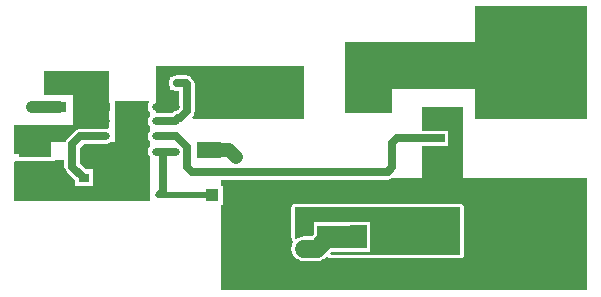
<source format=gbr>
%FSTAX23Y23*%
%MOIN*%
%SFA1B1*%

%IPPOS*%
%ADD10R,0.094488X0.122047*%
%ADD11R,0.092126X0.025197*%
%ADD12O,0.092126X0.025197*%
%ADD13R,0.078740X0.055118*%
%ADD14C,0.322835*%
%ADD15R,0.139764X0.137795*%
%ADD16R,0.110480X0.082792*%
%ADD17R,0.047488X0.037646*%
%ADD18R,0.165354X0.074803*%
%ADD19R,0.037646X0.047488*%
%ADD20R,0.035433X0.031496*%
%ADD21R,0.044687X0.041816*%
%ADD22R,0.031974X0.025934*%
%ADD23R,0.017716X0.017716*%
%ADD24R,0.019685X0.019685*%
%ADD25C,0.059055*%
%ADD26C,0.047244*%
%ADD27C,0.039370*%
%ADD28C,0.027559*%
%ADD29C,0.019685*%
%ADD30C,0.031496*%
%LNbuck-converter_copper_signal_top-1*%
%LPD*%
G36*
X01988Y0059D02*
X01614D01*
Y00688*
X01338*
Y0061*
X01181*
Y00846*
X01614*
Y00964*
X01988*
Y0059*
G37*
G36*
X01043D02*
X00672D01*
X0067Y00595*
X00671Y00596*
X00676Y00601*
X00678Y00608*
X00679Y00614*
Y00704*
X00678Y00711*
X00676Y00717*
X00671Y00722*
X00667Y00726*
X00662Y00731*
X00656Y00733*
X00649Y00734*
X0062*
X00613Y00733*
X00607Y00731*
X00606Y0073*
X00598*
Y00722*
X00597Y00721*
X00595Y00715*
X00594Y00708*
X00595Y00701*
X00597Y00695*
X00598Y00694*
Y00687*
X00606*
X00607Y00686*
X00613Y00683*
X0062Y00682*
X00627*
Y00625*
X0062Y00617*
X00615Y00617*
X00609Y00614*
X00603Y0061*
X00602Y00609*
X00582*
X00575Y00608*
X00575Y00608*
X00551*
Y00767*
X01043*
Y0059*
G37*
G36*
X00393Y00559D02*
X00388Y00555D01*
X00383Y00556*
X00356*
X00356Y00557*
X00349Y00557*
X00345Y00557*
X00298*
X00292Y00556*
X00285Y00553*
X0028Y00549*
X00253Y00522*
X00249Y00517*
X00247Y00511*
X00196*
Y00472*
X00078*
Y0057*
X00275*
Y00669*
X00177*
Y00748*
X00393*
Y00559*
G37*
G36*
X00528Y00644D02*
X00525Y0064D01*
X00523Y0063*
X00525Y0062*
X00531Y00612*
X00531Y00612*
Y00601*
X00531Y006*
X00525Y00592*
X00523Y00583*
X00525Y00573*
X00531Y00565*
X00531Y00565*
Y0055*
X00531Y00549*
X00525Y00541*
X00523Y00532*
X00525Y00522*
X00531Y00514*
X00531Y00514*
Y00498*
X00531Y00498*
X00525Y0049*
X00523Y0048*
X00525Y00471*
X00531Y00463*
X00531Y00462*
Y00314*
X00078*
Y00444*
X0008Y00448*
X00214*
Y00452*
X00245*
Y0043*
X00246Y00424*
X00249Y00418*
X00253Y00412*
X00281Y00384*
Y00366*
X0034*
Y00421*
X00317*
X00297Y00441*
Y00493*
X00309Y00505*
X00349*
X00355Y00506*
X00357Y00507*
X00383*
X00392Y00509*
X00396Y00511*
X00413*
Y00649*
X00526*
X00528Y00644*
G37*
G36*
X01574Y00393D02*
X01988D01*
Y00019*
X00767*
Y00301*
X00772*
Y00367*
X00767*
Y00387*
X01322*
X01329Y00388*
X01335Y00391*
X01338Y00393*
X01437*
Y00498*
X01496*
X01502Y00499*
X01503Y00499*
X01523*
Y00549*
X01503*
X01502Y00549*
X01496Y0055*
X01437*
Y00629*
X01574*
Y00393*
G37*
%LNbuck-converter_copper_signal_top-2*%
%LPC*%
G36*
X01564Y00307D02*
X01013D01*
X01009Y00306*
X01005Y00303*
X01002Y00299*
X01001Y00295*
Y00193*
X01002Y00191*
X01002Y00189*
X01002Y00189*
X01002Y00188*
X01003Y00186*
X01004Y00185*
X01005Y00185*
X01005Y00184*
X01005Y00184*
X01007Y00178*
X01007Y00178*
X01003Y00168*
X01001Y00157*
X01003Y00146*
X01007Y00136*
X01013Y00127*
X01022Y00121*
X01032Y00117*
X01043Y00115*
X01086*
X01086*
X01097Y00117*
X01107Y00121*
X01116Y00127*
X01117Y00129*
X01123Y00129*
X01125Y00128*
X01127Y00126*
X01132Y00125*
X01564*
X01569Y00126*
X01573Y00129*
X01576Y00133*
X01577Y00137*
Y00295*
X01576Y00299*
X01573Y00303*
X01569Y00306*
X01564Y00307*
G37*
%LNbuck-converter_copper_signal_top-3*%
%LPD*%
G36*
X01253Y00159D02*
X01198D01*
X01197Y00164*
X012Y00167*
X01207Y00176*
X01211Y00186*
X01212Y00196*
X01211Y00207*
X01207Y00217*
X012Y00226*
X01197Y00229*
X01198Y00234*
X01253*
Y00159*
G37*
G36*
X01564Y00137D02*
X01132D01*
X0113Y00142*
X01135Y00147*
X01265*
Y00246*
X01076*
Y00206*
X01069Y00199*
X01043*
X01032Y00197*
X01022Y00193*
X01018Y0019*
X01013Y00193*
Y00295*
X01564*
Y00137*
G37*
G54D10*
X00463Y00555D03*
G54D11*
X00349Y0063D03*
G54D12*
X00349Y00583D03*
Y00532D03*
Y0048D03*
X00582Y0063D03*
Y00583D03*
Y00532D03*
Y0048D03*
G54D13*
X00728Y00657D03*
Y00484D03*
G54D14*
X01791Y00206D03*
Y00777D03*
G54D15*
X01258Y00688D03*
X00906D03*
G54D16*
X00147Y00403D03*
Y00501D03*
G54D17*
X00226Y00629D03*
Y0071D03*
G54D18*
X01446Y00196D03*
X01171D03*
G54D19*
X01054Y00236D03*
X00973D03*
G54D20*
X00377Y00393D03*
X00311D03*
G54D21*
X00738Y00334D03*
X00802D03*
G54D22*
X01496Y00577D03*
Y00524D03*
G54D23*
X00525Y00334D03*
X00557D03*
G54D24*
X0062Y00708D03*
X0058D03*
G54D25*
X01043Y00157D02*
X01086D01*
X01125Y00196D02*
X01171D01*
X01086Y00157D02*
X01125Y00196D01*
G54D26*
X00795Y00484D02*
X00816Y00462D01*
X00728Y00484D02*
X00795D01*
G54D27*
X00137Y00629D02*
X00226D01*
G54D28*
X01338Y00508D02*
X01354Y00524D01*
X01338Y00429D02*
Y00508D01*
X01354Y00524D02*
X01496D01*
X01322Y00413D02*
X01338Y00429D01*
X00669Y00413D02*
X01322D01*
X00653Y00429D02*
Y00496D01*
Y00429D02*
X00669Y00413D01*
X00631Y00519D02*
X00653Y00496D01*
X00629Y00519D02*
X00631D01*
X00582Y00531D02*
X00617D01*
X00629Y00519*
X00582Y00532D02*
X00582Y00531D01*
X00271Y0043D02*
X00309Y00393D01*
X00311*
X00271Y00504D02*
X00298Y00531D01*
X00349*
X00271Y0043D02*
Y00504D01*
X00349Y00531D02*
X00349Y00532D01*
X00653Y00614D02*
Y00704D01*
X00582Y00583D02*
X00613D01*
X00622Y00592*
X00631*
X00653Y00614*
X00649Y00708D02*
X00653Y00704D01*
X0062Y00708D02*
X00649D01*
X00573Y00351D02*
Y0048D01*
G54D29*
X00557Y00334D02*
X00738D01*
X00557D02*
X00573Y00351D01*
G54D30*
X01313Y00236D03*
X01289Y00187D03*
X00501Y00383D03*
X00477Y00433D03*
X00452Y00383D03*
X00477Y00334D03*
X00428Y00433D03*
Y00334D03*
X00378Y00433D03*
Y00334D03*
X00329D03*
X00255Y00383D03*
X0028Y00334D03*
X00231D03*
X00182D03*
X00816Y00462D03*
X00137Y00629D03*
X00905Y00236D03*
X01043Y00157D03*
X01653Y00059D03*
X01948Y00078D03*
Y00354D03*
X01653Y00925D03*
X01948D03*
Y00649D03*
M02*
</source>
